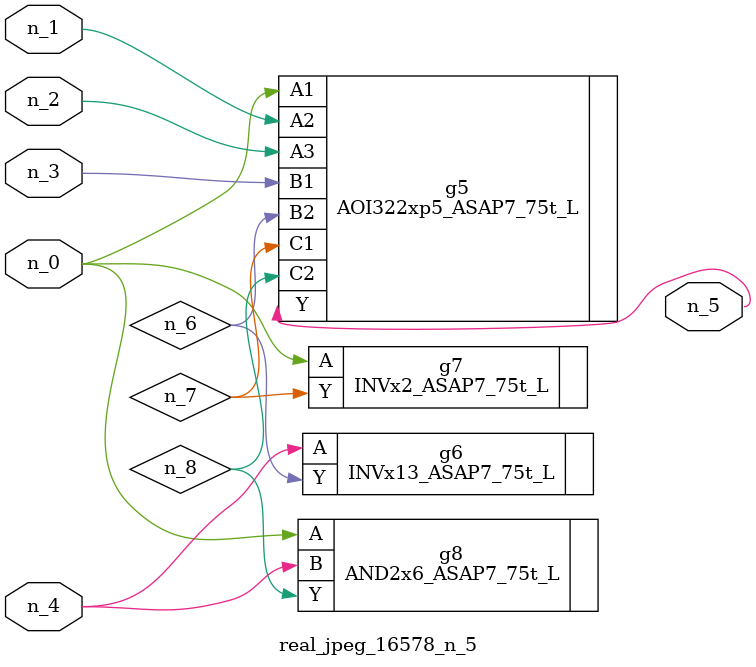
<source format=v>
module real_jpeg_16578_n_5 (n_4, n_0, n_1, n_2, n_3, n_5);

input n_4;
input n_0;
input n_1;
input n_2;
input n_3;

output n_5;

wire n_8;
wire n_6;
wire n_7;

AOI322xp5_ASAP7_75t_L g5 ( 
.A1(n_0),
.A2(n_1),
.A3(n_2),
.B1(n_3),
.B2(n_6),
.C1(n_7),
.C2(n_8),
.Y(n_5)
);

INVx2_ASAP7_75t_L g7 ( 
.A(n_0),
.Y(n_7)
);

AND2x6_ASAP7_75t_L g8 ( 
.A(n_0),
.B(n_4),
.Y(n_8)
);

INVx13_ASAP7_75t_L g6 ( 
.A(n_4),
.Y(n_6)
);


endmodule
</source>
